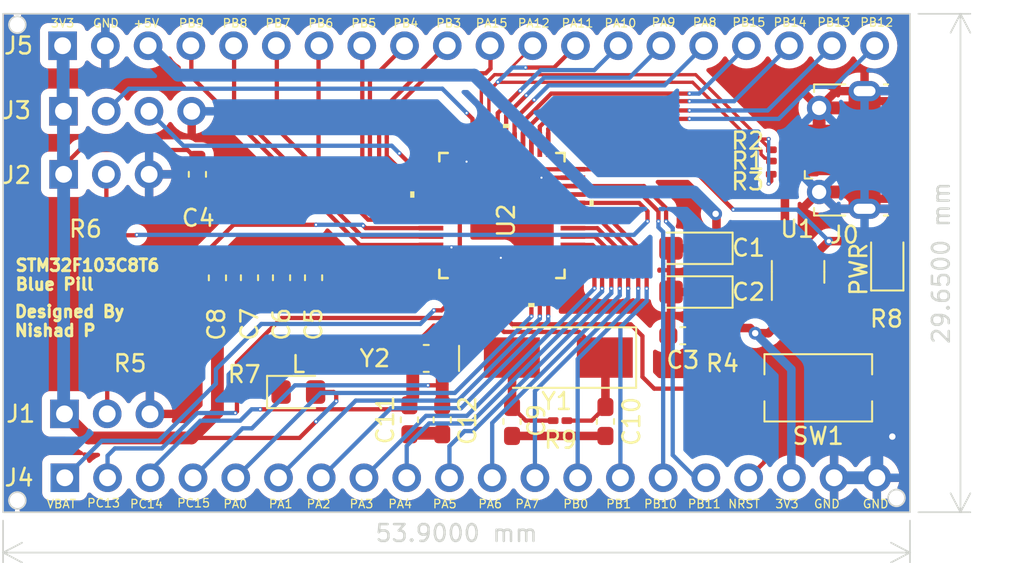
<source format=kicad_pcb>
(kicad_pcb (version 20221018) (generator pcbnew)
  (layers (0 "F.Cu" signal) (31 "B.Cu" signal) (34 "B.Paste" user) (35 "F.Paste" user) (36 "B.SilkS" user "B.Silkscreen") (37 "F.SilkS" user "F.Silkscreen") (38 "B.Mask" user) (39 "F.Mask" user) (44 "Edge.Cuts" user))
  (net 0 "")
  (net 1 "+5V")
  (net 2 "GND")
  (net 3 "+3.3V")
  (net 4 "Net-(C10-Pad1)")
  (net 5 "/OSCOUT")
  (net 6 "Net-(C11-Pad1)")
  (net 7 "/PC15")
  (net 8 "Net-(D1-K)")
  (net 9 "Net-(D2-K)")
  (net 10 "Net-(J0-D-)")
  (net 11 "Net-(J0-D+)")
  (net 12 "Net-(J1-Pin_2)")
  (net 13 "Net-(J2-Pin_2)")
  (net 14 "/SWDCLK")
  (net 15 "/VBAT")
  (net 16 "/PC13")
  (net 17 "/PC14")
  (net 18 "/PA0")
  (net 19 "/PA1")
  (net 20 "/PA2")
  (net 21 "/PA3")
  (net 22 "/PA4")
  (net 23 "/PA5")
  (net 24 "/PA6")
  (net 25 "/PA7")
  (net 26 "/PB0")
  (net 27 "/PB1")
  (net 28 "/PB10")
  (net 29 "/PB11")
  (net 30 "/NRST")
  (net 31 "/PB9")
  (net 32 "/PB8")
  (net 33 "/PB7")
  (net 34 "/PB6")
  (net 35 "/PB5")
  (net 36 "/PB4")
  (net 37 "/PB3")
  (net 38 "/PA15")
  (net 39 "/PA10")
  (net 40 "/PA9")
  (net 41 "/PA8")
  (net 42 "/PB15")
  (net 43 "/PB14")
  (net 44 "/PB13")
  (net 45 "/PB12")
  (net 46 "/BOOT0")
  (net 47 "/BOOT1")
  (net 48 "/OSCIN")
  (net 49 "/SWIO")
  (net 50 "/-")
  (net 51 "/+")
  (footprint "Capacitor_SMD:C_0603_1608Metric_Pad1.08x0.95mm_HandSolder" (layer "F.Cu") (at 99.24 70.556389 -90)
    (fp_text reference "C8")
    (fp_text value "104,0603")
  )
  (footprint "Resistor_SMD:R_0201_0603Metric_Pad0.64x0.40mm_HandSolder" (layer "F.Cu") (at 132.571526 62.940231 180)
    (fp_text reference "R2")
    (fp_text value "20R, 0603")
  )
  (footprint "Capacitor_SMD:C_0603_1608Metric_Pad1.08x0.95mm_HandSolder" (layer "F.Cu") (at 98.05 64.4 -90)
    (fp_text reference "C4")
    (fp_text value "104,0603")
  )
  (footprint "Connector_PinHeader_2.54mm:PinHeader_1x03_P2.54mm_Vertical" (layer "F.Cu") (at 90.1 64.4 90)
    (fp_text reference "J2")
    (fp_text value "BOOT1")
  )
  (footprint "Button_Switch_SMD:SW_Tactile_SPST_NO_Straight_CK_PTS636Sx25SMTRLFS" (layer "F.Cu") (at 134.95 77.1 180)
    (fp_text reference "SW1")
    (fp_text value "Reset")
  )
  (footprint "STM:LQFP48_STM" (layer "F.Cu") (at 116.15 66.85 90)
    (fp_text reference "U2")
    (fp_text value "STM32F103C8T6")
  )
  (footprint "LED_SMD:LED_0805_2012Metric_Pad1.15x1.40mm_HandSolder" (layer "F.Cu") (at 139.05 69.45 90)
    (fp_text reference "PWR")
    (fp_text value "PWR")
  )
  (footprint "Capacitor_SMD:C_0603_1608Metric_Pad1.08x0.95mm_HandSolder" (layer "F.Cu") (at 110.65 79 90)
    (fp_text reference "C11")
    (fp_text value "20pF,0603")
  )
  (footprint "Resistor_SMD:R_0201_0603Metric_Pad0.64x0.40mm_HandSolder" (layer "F.Cu") (at 92.8 67.6175 90)
    (fp_text reference "R6")
    (fp_text value "100k, 0603")
  )
  (footprint "Package_TO_SOT_SMD:SOT-23" (layer "F.Cu") (at 133.75 70.2 90)
    (fp_text reference "U1")
    (fp_text value "LM1117-3.3")
  )
  (footprint "Capacitor_SMD:C_0603_1608Metric_Pad1.08x0.95mm_HandSolder" (layer "F.Cu") (at 112.6 79 90)
    (fp_text reference "C12")
    (fp_text value "20pF,0603")
  )
  (footprint "Capacitor_SMD:C_0603_1608Metric_Pad1.08x0.95mm_HandSolder" (layer "F.Cu") (at 116.75 79.1 90)
    (fp_text reference "C9")
    (fp_text value "20pF,0603")
  )
  (footprint "Capacitor_SMD:C_0603_1608Metric_Pad1.08x0.95mm_HandSolder" (layer "F.Cu") (at 126.9 74 180)
    (fp_text reference "C3")
    (fp_text value "105,0603")
  )
  (footprint "Resistor_SMD:R_0201_0603Metric_Pad0.64x0.40mm_HandSolder" (layer "F.Cu") (at 132.572455 63.610282 180)
    (fp_text reference "R1")
    (fp_text value "20R, 0603")
  )
  (footprint "Connector_PinHeader_2.54mm:PinHeader_1x20_P2.54mm_Vertical" (layer "F.Cu") (at 90.04 56.75 90)
    (fp_text reference "J5")
    (fp_text value "Header")
  )
  (footprint "Capacitor_SMD:C_0603_1608Metric_Pad1.08x0.95mm_HandSolder" (layer "F.Cu") (at 104.955 70.55 -90)
    (fp_text reference "C5")
    (fp_text value "104,0603")
  )
  (footprint "Connector_PinHeader_2.54mm:PinHeader_1x20_P2.54mm_Vertical" (layer "F.Cu") (at 90.17 82.45 90)
    (fp_text reference "J4")
    (fp_text value "Header")
  )
  (footprint "Connector_USB:USB_Micro-B_Molex-105017-0001" (layer "F.Cu") (at 136.4625 62.95 90)
    (fp_text reference "J0")
    (fp_text value "USB_B_Micro")
  )
  (footprint "Resistor_SMD:R_0201_0603Metric_Pad0.64x0.40mm_HandSolder" (layer "F.Cu") (at 129.25 73.95 90)
    (fp_text reference "R4")
    (fp_text value "10k, 0603")
  )
  (footprint "Resistor_SMD:R_0201_0603Metric_Pad0.64x0.40mm_HandSolder" (layer "F.Cu") (at 100.8325 77.35)
    (fp_text reference "R7")
    (fp_text value "330E, 0603")
  )
  (footprint "Resistor_SMD:R_0201_0603Metric_Pad0.64x0.40mm_HandSolder" (layer "F.Cu") (at 132.560252 64.395863)
    (fp_text reference "R3")
    (fp_text value "4k7, 0603")
  )
  (footprint "Crystal:Crystal_SMD_Abracon_ABM3-2Pin_5.0x3.2mm_HandSoldering" (layer "F.Cu") (at 119.5 75.3 180)
    (fp_text reference "Y1")
    (fp_text value "8MHz")
  )
  (footprint "Resistor_SMD:R_0201_0603Metric_Pad0.64x0.40mm_HandSolder" (layer "F.Cu") (at 139 71.95 180)
    (fp_text reference "R8")
    (fp_text value "330E, 0603")
  )
  (footprint "Connector_PinHeader_2.54mm:PinHeader_1x03_P2.54mm_Vertical" (layer "F.Cu") (at 90.15 78.65 90)
    (fp_text reference "J1")
    (fp_text value "BOOT0")
  )
  (footprint "LED_SMD:LED_0805_2012Metric_Pad1.15x1.40mm_HandSolder" (layer "F.Cu") (at 104.05 77.35)
    (fp_text reference "L")
    (fp_text value "L")
  )
  (footprint "Resistor_SMD:R_0201_0603Metric_Pad0.64x0.40mm_HandSolder" (layer "F.Cu") (at 119.6 79.05)
    (fp_text reference "R9")
    (fp_text value "1M, 0603")
  )
  (footprint "Resistor_SMD:R_0201_0603Metric_Pad0.64x0.40mm_HandSolder" (layer "F.Cu") (at 92.8 75.65 -90)
    (fp_text reference "R5")
    (fp_text value "100k, 0603")
  )
  (footprint "Capacitor_SMD:C_0603_1608Metric_Pad1.08x0.95mm_HandSolder" (layer "F.Cu") (at 101.145 70.55 -90)
    (fp_text reference "C7")
    (fp_text value "104,0603")
  )
  (footprint "Crystal:Crystal_SMD_MicroCrystal_CC8V-T1A-2Pin_2.0x1.2mm_HandSoldering" (layer "F.Cu") (at 111.65 75.35 180)
    (fp_text reference "Y2")
    (fp_text value "32.76kHz")
  )
  (footprint "Capacitor_Tantalum_SMD:CP_EIA-3216-18_Kemet-A" (layer "F.Cu") (at 127.55 71.4 180)
    (fp_text reference "C2")
    (fp_text value "10uF")
  )
  (footprint "Capacitor_Tantalum_SMD:CP_EIA-3216-18_Kemet-A" (layer "F.Cu") (at 127.55 68.8 180)
    (fp_text reference "C1")
    (fp_text value "10uF")
  )
  (footprint "Capacitor_SMD:C_0603_1608Metric_Pad1.08x0.95mm_HandSolder" (layer "F.Cu") (at 103.05 70.55 -90)
    (fp_text reference "C6")
    (fp_text value "104,0603")
  )
  (footprint "Connector_PinHeader_2.54mm:PinHeader_1x04_P2.54mm_Vertical" (layer "F.Cu") (at 90.09 60.65 90)
    (fp_text reference "J3")
    (fp_text value "SWD")
  )
  (footprint "Capacitor_SMD:C_0603_1608Metric_Pad1.08x0.95mm_HandSolder" (layer "F.Cu") (at 122.3 79.1 90)
    (fp_text reference "C10")
    (fp_text value "20pF,0603")
  )
  (gr_circle (center 139.6 83.65) (end 139.6 84.15) (stroke (width 0.1)) (fill none) (layer "Edge.Cuts"))
  (gr_rect (start 86.5 54.85) (end 140.4 84.5) (stroke (width 0.1)) (fill none) (layer "Edge.Cuts"))
  (gr_circle (center 87.35 83.8) (end 87.35 84.3) (stroke (width 0.1)) (fill none) (layer "Edge.Cuts"))
  (gr_circle (center 87.35 55.5) (end 87.35 56) (stroke (width 0.1)) (fill none) (layer "Edge.Cuts"))
  (gr_text "PB1" (at 122.3 84.3) (layer "F.SilkS") (effects (font (size 0.5 0.5) (thickness 0.075)) (justify left bottom)))
  (gr_text "PB9\n" (at 96.9 55.7) (layer "F.SilkS") (effects (font (size 0.5 0.5) (thickness 0.075)) (justify left bottom)))
  (gr_text "PB12" (at 137.4 55.65) (layer "F.SilkS") (effects (font (size 0.5 0.5) (thickness 0.075)) (justify left bottom)))
  (gr_text "PA15" (at 114.55 55.7) (layer "F.SilkS") (effects (font (size 0.5 0.5) (thickness 0.075)) (justify left bottom)))
  (gr_text "GND" (at 137.55 84.3) (layer "F.SilkS") (effects (font (size 0.5 0.5) (thickness 0.075)) (justify left bottom)))
  (gr_text "PC13" (at 91.45 84.25) (layer "F.SilkS") (effects (font (size 0.5 0.5) (thickness 0.075)) (justify left bottom)))
  (gr_text "GND\n" (at 91.8 55.7) (layer "F.SilkS") (effects (font (size 0.5 0.5) (thickness 0.075)) (justify left bottom)))
  (gr_text "PB14" (at 132.25 55.65) (layer "F.SilkS") (effects (font (size 0.5 0.5) (thickness 0.075)) (justify left bottom)))
  (gr_text "PB6" (at 104.6 55.7) (layer "F.SilkS") (effects (font (size 0.5 0.5) (thickness 0.075)) (justify left bottom)))
  (gr_text "PA3" (at 107.05 84.3) (layer "F.SilkS") (effects (font (size 0.5 0.5) (thickness 0.075)) (justify left bottom)))
  (gr_text "PA12" (at 117.05 55.7) (layer "F.SilkS") (effects (font (size 0.5 0.5) (thickness 0.075)) (justify left bottom)))
  (gr_text "PA2" (at 104.5 84.3) (layer "F.SilkS") (effects (font (size 0.5 0.5) (thickness 0.075)) (justify left bottom)))
  (gr_text "PC15" (at 96.8 84.25) (layer "F.SilkS") (effects (font (size 0.5 0.5) (thickness 0.075)) (justify left bottom)))
  (gr_text "PB5" (at 107.15 55.7) (layer "F.SilkS") (effects (font (size 0.5 0.5) (thickness 0.075)) (justify left bottom)))
  (gr_text "Designed By \nNishad P" (at 87.1 74.1) (layer "F.SilkS") (effects (font (size 0.7 0.7) (thickness 0.175) bold) (justify left bottom)))
  (gr_text "PA11" (at 119.65 55.7) (layer "F.SilkS") (effects (font (size 0.5 0.5) (thickness 0.075)) (justify left bottom)))
  (gr_text "3V3" (at 89.3 55.7) (layer "F.SilkS") (effects (font (size 0.5 0.5) (thickness 0.075)) (justify left bottom)))
  (gr_text "PB7" (at 102.05 55.7) (layer "F.SilkS") (effects (font (size 0.5 0.5) (thickness 0.075)) (justify left bottom)))
  (gr_text "PB0" (at 119.75 84.3) (layer "F.SilkS") (effects (font (size 0.5 0.5) (thickness 0.075)) (justify left bottom)))
  (gr_text "PA1" (at 102.25 84.3) (layer "F.SilkS") (effects (font (size 0.5 0.5) (thickness 0.075)) (justify left bottom)))
  (gr_text "NRST" (at 129.55 84.3) (layer "F.SilkS") (effects (font (size 0.5 0.5) (thickness 0.075)) (justify left bottom)))
  (gr_text "PA9" (at 125 55.65) (layer "F.SilkS") (effects (font (size 0.5 0.5) (thickness 0.075)) (justify left bottom)))
  (gr_text "PB4" (at 109.65 55.7) (layer "F.SilkS") (effects (font (size 0.5 0.5) (thickness 0.075)) (justify left bottom)))
  (gr_text "PB8" (at 99.5 55.7) (layer "F.SilkS") (effects (font (size 0.5 0.5) (thickness 0.075)) (justify left bottom)))
  (gr_text "PB10" (at 124.55 84.3) (layer "F.SilkS") (effects (font (size 0.5 0.5) (thickness 0.075)) (justify left bottom)))
  (gr_text "PB15" (at 129.8 55.65) (layer "F.SilkS") (effects (font (size 0.5 0.5) (thickness 0.075)) (justify left bottom)))
  (gr_text "PA6" (at 114.7 84.3) (layer "F.SilkS") (effects (font (size 0.5 0.5) (thickness 0.075)) (justify left bottom)))
  (gr_text "PB3" (at 112.2 55.7) (layer "F.SilkS") (effects (font (size 0.5 0.5) (thickness 0.075)) (justify left bottom)))
  (gr_text "PA0" (at 99.55 84.3) (layer "F.SilkS") (effects (font (size 0.5 0.5) (thickness 0.075)) (justify left bottom)))
  (gr_text "PA4" (at 109.35 84.3) (layer "F.SilkS") (effects (font (size 0.5 0.5) (thickness 0.075)) (justify left bottom)))
  (gr_text "PB13" (at 134.85 55.65) (layer "F.SilkS") (effects (font (size 0.5 0.5) (thickness 0.075)) (justify left bottom)))
  (gr_text "PB11" (at 127.15 84.3) (layer "F.SilkS") (effects (font (size 0.5 0.5) (thickness 0.075)) (justify left bottom)))
  (gr_text "STM32F103C8T6 \nBlue Pill" (at 87.15 71.35) (layer "F.SilkS") (effects (font (size 0.7 0.7) (thickness 0.175) bold) (justify left bottom)))
  (gr_text "GND" (at 134.65 84.3) (layer "F.SilkS") (effects (font (size 0.5 0.5) (thickness 0.075)) (justify left bottom)))
  (gr_text "PA7" (at 116.9 84.3) (layer "F.SilkS") (effects (font (size 0.5 0.5) (thickness 0.075)) (justify left bottom)))
  (gr_text "PC14" (at 94 84.3) (layer "F.SilkS") (effects (font (size 0.5 0.5) (thickness 0.075)) (justify left bottom)))
  (gr_text "PA10" (at 122.2 55.7) (layer "F.SilkS") (effects (font (size 0.5 0.5) (thickness 0.075)) (justify left bottom)))
  (gr_text "3V3" (at 132.35 84.3) (layer "F.SilkS") (effects (font (size 0.5 0.5) (thickness 0.075)) (justify left bottom)))
  (gr_text "PA8" (at 127.45 55.65) (layer "F.SilkS") (effects (font (size 0.5 0.5) (thickness 0.075)) (justify left bottom)))
  (gr_text "+5V\n" (at 94.2 55.7) (layer "F.SilkS") (effects (font (size 0.5 0.5) (thickness 0.075)) (justify left bottom)))
  (gr_text "VBAT" (at 89.05 84.3) (layer "F.SilkS") (effects (font (size 0.5 0.5) (thickness 0.075)) (justify left bottom)))
  (gr_text "PA5" (at 112 84.3) (layer "F.SilkS") (effects (font (size 0.5 0.5) (thickness 0.075)) (justify left bottom)))
  (dimension (type aligned) (layer "Edge.Cuts") (pts (xy 86.5 84.5) (xy 140.4 84.5)) (height 2.4) (gr_text "53.9000 mm" (at 113.45 85.75) (layer "Edge.Cuts") (effects (font (size 1 1) (thickness 0.15)))) (format (prefix "") (suffix "") (units 3) (units_format 1) (precision 4)) (style (thickness 0.1) (arrow_length 1.27) (text_position_mode 0) (extension_height 0.58642) (extension_offset 0.5) keep_text_aligned))
  (dimension (type aligned) (layer "Edge.Cuts") (pts (xy 140.4 54.85) (xy 140.4 84.5)) (height -3) (gr_text "29.6500 mm" (at 142.25 69.675 90) (layer "Edge.Cuts") (effects (font (size 1 1) (thickness 0.15)))) (format (prefix "") (suffix "") (units 3) (units_format 1) (precision 4)) (style (thickness 0.1) (arrow_length 1.27) (text_position_mode 0) (extension_height 0.58642) (extension_offset 0.5) keep_text_aligned))
  (segment (start 133.2875 68.8) (end 133.75 69.2625) (width 0.508) (layer "F.Cu") (net 1))
  (segment (start 128.9 68.8) (end 133.2875 68.8) (width 0.508) (layer "F.Cu") (net 1))
  (segment (start 132.967752 64.395863) (end 134.854137 64.395863) (width 0.254) (layer "F.Cu") (net 1))
  (segment (start 132.967752 68.480252) (end 132.967752 64.395863) (width 0.508) (layer "F.Cu") (net 1))
  (segment (start 128.9 68.8) (end 128.9 66.8) (width 0.508) (layer "F.Cu") (net 1))
  (segment (start 134.854137 64.395863) (end 135 64.25) (width 0.254) (layer "F.Cu") (net 1))
  (segment (start 128.9 66.8) (end 128.85 66.75) (width 0.508) (layer "F.Cu") (net 1))
  (segment (start 133.75 69.2625) (end 132.967752 68.480252) (width 0.508) (layer "F.Cu") (net 1))
  (via (at 128.85 66.75) (size 0.762) (drill 0.381) (layers "F.Cu" "B.Cu") (net 1))
  (segment (start 121.45 65.45) (end 127.55 65.45) (width 0.762) (layer "B.Cu") (net 1))
  (segment (start 96.9 58.5) (end 114.5 58.5) (width 0.762) (layer "B.Cu") (net 1))
  (segment (start 95.15 56.75) (end 96.9 58.5) (width 0.762) (layer "B.Cu") (net 1))
  (segment (start 127.55 65.45) (end 128.85 66.75) (width 0.762) (layer "B.Cu") (net 1))
  (segment (start 114.5 58.5) (end 121.45 65.45) (width 0.762) (layer "B.Cu") (net 1))
  (segment (start 99.24 69.693889) (end 104.948611 69.693889) (width 0.762) (layer "F.Cu") (net 2))
  (segment (start 116.900001 70.183753) (end 116.083124 69.366876) (width 0.254) (layer "F.Cu") (net 2))
  (segment (start 136.7 65.45) (end 137.7 66.45) (width 0.762) (layer "F.Cu") (net 2))
  (segment (start 110.2125 69.6875) (end 104.955 69.6875) (width 0.254) (layer "F.Cu") (net 2))
  (segment (start 135 60.45) (end 137.3 60.45) (width 0.762) (layer "F.Cu") (net 2))
  (segment (start 139.35 77.625) (end 138.825 77.1) (width 0.762) (layer "F.Cu") (net 2))
  (segment (start 119.1 64.6) (end 119.1 69.7) (width 0.254) (layer "F.Cu") (net 2))
  (segment (start 137.3 60.45) (end 137.7 60.05) (width 0.762) (layer "F.Cu") (net 2))
  (segment (start 104.948611 69.693889) (end 104.955 69.6875) (width 0.762) (layer "F.Cu") (net 2))
  (segment (start 126.271 70.271) (end 126.2 70.2) (width 0.508) (layer "F.Cu") (net 2))
  (segment (start 135 65.45) (end 136.7 65.45) (width 0.762) (layer "F.Cu") (net 2))
  (segment (start 139.35 80) (end 139.35 77.625) (width 0.762) (layer "F.Cu") (net 2))
  (segment (start 110.799999 69.100001) (end 110.2125 69.6875) (width 0.254) (layer "F.Cu") (net 2))
  (segment (start 135 60.45) (end 135 62.169) (width 0.762) (layer "F.Cu") (net 2))
  (segment (start 132.8 71.1375) (end 131.9335 70.271) (width 0.508) (layer "F.Cu") (net 2))
  (segment (start 111.9336 69.100001) (end 110.799999 69.100001) (width 0.254) (layer "F.Cu") (net 2))
  (segment (start 120.3664 64.599999) (end 119.1 64.6) (width 0.254) (layer "F.Cu") (net 2))
  (segment (start 119.95 70.55) (end 119.95 70.6) (width 0.254) (layer "F.Cu") (net 2))
  (segment (start 119.1 69.7) (end 119.95 70.55) (width 0.254) (layer "F.Cu") (net 2))
  (segment (start 119.1 64.6) (end 118.5 64.6) (width 0.254) (layer "F.Cu") (net 2))
  (segment (start 126.2 71.4) (end 126.2 70.2) (width 0.508) (layer "F.Cu") (net 2))
  (segment (start 137.7 59.45) (end 137.7 66.45) (width 0.762) (layer "F.Cu") (net 2))
  (segment (start 126.2 71.4) (end 126.2 73.8375) (width 0.508) (layer "F.Cu") (net 2))
  (segment (start 111.9336 69.100001) (end 112.799999 69.100001) (width 0.254) (layer "F.Cu") (net 2))
  (segment (start 126.2 73.8375) (end 126.0375 74) (width 0.508) (layer "F.Cu") (net 2))
  (segment (start 112.799999 69.100001) (end 113.15 68.75) (width 0.254) (layer "F.Cu") (net 2))
  (segment (start 113.899999 63.499999) (end 114.046 63.646) (width 0.254) (layer "F.Cu") (net 2))
  (segment (start 126.2 70.2) (end 126.2 68.8) (width 0.508) (layer "F.Cu") (net 2))
  (segment (start 113.899999 62.6336) (end 113.899999 63.499999) (width 0.254) (layer "F.Cu") (net 2))
  (segment (start 139.4075 76.5175) (end 139.4075 71.95) (width 0.762) (layer "F.Cu") (net 2))
  (segment (start 131.9335 70.271) (end 126.271 70.271) (width 0.508) (layer "F.Cu") (net 2))
  (segment (start 138.825 77.1) (end 139.4075 76.5175) (width 0.762) (layer "F.Cu") (net 2))
  (segment (start 116.900001 71.0664) (end 116.900001 70.183753) (width 0.254) (layer "F.Cu") (net 2))
  (via (at 113.15 68.75) (size 0.254) (drill 0.127) (layers "F.Cu" "B.Cu") (net 2))
  (via (at 114.046 63.646) (size 0.254) (drill 0.127) (layers "F.Cu" "B.Cu") (net 2))
  (via (at 116.083124 69.366876) (size 0.254) (drill 0.127) (layers "F.Cu" "B.Cu") (net 2))
  (via (at 139.35 80) (size 0.762) (drill 0.381) (layers "F.Cu" "B.Cu") (net 2))
  (via (at 118.5 64.6) (size 0.254) (drill 0.127) (layers "F.Cu" "B.Cu") (net 2))
  (segment (start 135.89 82.45) (end 138.43 82.45) (width 0.762) (layer "B.Cu") (net 2))
  (segment (start 138.43 82.45) (end 138.43 80.92) (width 0.762) (layer "B.Cu") (net 2))
  (segment (start 138.43 80.92) (end 139.35 80) (width 0.762) (layer "B.Cu") (net 2))
  (segment (start 135.575 68.375) (end 134.7 69.25) (width 0.508) (layer "F.Cu") (net 3))
  (segment (start 105.075 77.35) (end 106.15 77.35) (width 0.254) (layer "F.Cu") (net 3))
  (segment (start 131.2 73.85) (end 130.8925 73.5425) (width 0.508) (layer "F.Cu") (net 3))
  (segment (start 127.5 64.1) (end 129.9 66.5) (width 0.254) (layer "F.Cu") (net 3))
  (segment (start 117.4 71.0664) (end 117.4 70.0417) (width 0.254) (layer "F.Cu") (net 3))
  (segment (start 98.05 63.5375) (end 97.4625 62.95) (width 0.254) (layer "F.Cu") (net 3))
  (segment (start 117.4 70.0417) (end 116.27075 68.91245) (width 0.254) (layer "F.Cu") (net 3))
  (segment (start 111.9336 69.6) (end 112.9583 69.6) (width 0.254) (layer "F.Cu") (net 3))
  (segment (start 113.4 63.6583) (end 113.4 62.6336) (width 0.254) (layer "F.Cu") (net 3))
  (segment (start 113.8417 64.1) (end 113.64585 63.90415) (width 0.254) (layer "F.Cu") (net 3))
  (segment (start 131.2 73.85) (end 131.9875 73.85) (width 0.508) (layer "F.Cu") (net 3))
  (segment (start 91.581 80.081) (end 90.15 78.65) (width 0.762) (layer "F.Cu") (net 3))
  (segment (start 99.24 78.541264) (end 97.700264 80.081) (width 0.762) (layer "F.Cu") (net 3))
  (segment (start 99.24 71.418889) (end 99.24 78.541264) (width 0.762) (layer "F.Cu") (net 3))
  (segment (start 120.3664 64.1) (end 113.8417 64.1) (width 0.254) (layer "F.Cu") (net 3))
  (segment (start 97.700264 80.081) (end 104.119 80.081) (width 0.254) (layer "F.Cu") (net 3))
  (segment (start 106.15 77.35) (end 106.3 77.5) (width 0.254) (layer "F.Cu") (net 3))
  (segment (start 99.24 71.418889) (end 104.948611 71.418889) (width 0.762) (layer "F.Cu") (net 3))
  (segment (start 112.9583 69.6) (end 113.64585 68.91245) (width 0.254) (layer "F.Cu") (net 3))
  (segment (start 111.05 69.6) (end 109.25 71.4) (width 0.254) (layer "F.Cu") (net 3))
  (segment (start 116.27075 68.91245) (end 113.64585 68.91245) (width 0.254) (layer "F.Cu") (net 3))
  (segment (start 113.64585 68.91245) (end 113.64585 63.90415) (width 0.254) (layer "F.Cu") (net 3))
  (segment (start 111.9336 69.6) (end 111.05 69.6) (width 0.254) (layer "F.Cu") (net 3))
  (segment (start 135.575 68.375) (end 139.05 68.375) (width 0.508) (layer "F.Cu") (net 3))
  (segment (start 104.9675 71.4) (end 104.955 71.4125) (width 0.254) (layer "F.Cu") (net 3))
  (segment (start 113.64585 63.90415) (end 113.4 63.6583) (width 0.254) (layer "F.Cu") (net 3))
  (segment (start 129.25 73.5425) (end 129.25 71.75) (width 0.508) (layer "F.Cu") (net 3))
  (segment (start 97.700264 80.081) (end 91.581 80.081) (width 0.762) (layer "F.Cu") (net 3))
  (segment (start 134.7 69.25) (end 134.7 71.1375) (width 0.508) (layer "F.Cu") (net 3))
  (segment (start 106.3 77.5) (end 106.3 77.9) (width 0.254) (layer "F.Cu") (net 3))
  (segment (start 104.948611 71.418889) (end 104.955 71.4125) (width 0.762) (layer "F.Cu") (net 3))
  (segment (start 129.25 71.75) (end 128.9 71.4) (width 0.508) (layer "F.Cu") (net 3))
  (segment (start 104.119 80.081) (end 105.1 79.1) (width 0.254) (layer "F.Cu") (net 3))
  (segment (start 90.1 63.9) (end 90.1 64.4) (width 0.254) (layer "F.Cu") (net 3))
  (segment (start 130.8925 73.5425) (end 129.25 73.5425) (width 0.508) (layer "F.Cu") (net 3))
  (segment (start 120.3664 64.1) (end 127.5 64.1) (width 0.254) (layer "F.Cu") (net 3))
  (segment (start 97.4625 62.95) (end 91.05 62.95) (width 0.254) (layer "F.Cu") (net 3))
  (segment (start 131.9875 73.85) (end 134.7 71.1375) (width 0.508) (layer "F.Cu") (net 3))
  (segment (start 91.05 62.95) (end 90.1 63.9) (width 0.254) (layer "F.Cu") (net 3))
  (segment (start 109.25 71.4) (end 104.9675 71.4) (width 0.254) (layer "F.Cu") (net 3))
  (via (at 105.1 79.1) (size 0.254) (drill 0.127) (layers "F.Cu" "B.Cu") (net 3))
  (via (at 135.575 68.375) (size 0.508) (drill 0.254) (layers "F.Cu" "B.Cu") (net 3))
  (via (at 105.1 79.1) (size 0.254) (drill 0.127) (layers "F.Cu" "B.Cu") (net 3))
  (via (at 131.2 73.85) (size 0.762) (drill 0.381) (layers "F.Cu" "B.Cu") (net 3))
  (via (at 129.9 66.5) (size 0.254) (drill 0.127) (layers "F.Cu" "B.Cu") (net 3))
  (via (at 106.3 77.9) (size 0.254) (drill 0.127) (layers "F.Cu" "B.Cu") (net 3))
  (segment (start 90.07 56.75) (end 90.07 60.63) (width 0.762) (layer "B.Cu") (net 3))
  (segment (start 105.1 79.1) (end 106.3 77.9) (width 0.254) (layer "B.Cu") (net 3))
  (segment (start 90.09 60.65) (end 90.09 64.39) (width 0.762) (layer "B.Cu") (net 3))
  (segment (start 131.2 73.85) (end 133.35 76) (width 0.508) (layer "B.Cu") (net 3))
  (segment (start 135.575 68.375) (end 133.7 66.5) (width 0.254) (layer "B.Cu") (net 3))
  (segment (start 133.35 76) (end 133.35 82.45) (width 0.508) (layer "B.Cu") (net 3))
  (segment (start 90.1 78.6) (end 90.15 78.65) (width 0.762) (layer "B.Cu") (net 3))
  (segment (start 90.07 60.63) (end 90.09 60.65) (width 0.762) (layer "B.Cu") (net 3))
  (segment (start 133.7 66.5) (end 129.9 66.5) (width 0.254) (layer "B.Cu") (net 3))
  (segment (start 90.1 64.4) (end 90.1 78.6) (width 0.762) (layer "B.Cu") (net 3))
  (segment (start 90.09 64.39) (end 90.1 64.4) (width 0.762) (layer "B.Cu") (net 3))
  (segment (start 116.75 79.9625) (end 122.3 79.9625) (width 0.508) (layer "F.Cu") (net 4))
  (segment (start 115.853999 72.124399) (end 115.853999 73.353999) (width 0.254) (layer "F.Cu") (net 5))
  (segment (start 122.3 78.2375) (end 122.3 75.3375) (width 0.508) (layer "F.Cu") (net 5))
  (segment (start 122.3 75.3375) (end 122.2625 75.3) (width 0.508) (layer "F.Cu") (net 5))
  (segment (start 115.9 72.078398) (end 115.853999 72.124399) (width 0.254) (layer "F.Cu") (net 5))
  (segment (start 120.0075 79.05) (end 121.4875 79.05) (width 0.254) (layer "F.Cu") (net 5))
  (segment (start 115.9 71.0664) (end 115.9 72.078398) (width 0.254) (layer "F.Cu") (net 5))
  (segment (start 121.4875 79.05) (end 122.3 78.2375) (width 0.254) (layer "F.Cu") (net 5))
  (segment (start 115.853999 73.353999) (end 116.273 73.773) (width 0.254) (layer "F.Cu") (net 5))
  (segment (start 120.7355 73.773) (end 122.2625 75.3) (width 0.254) (layer "F.Cu") (net 5))
  (segment (start 116.273 73.773) (end 120.7355 73.773) (width 0.254) (layer "F.Cu") (net 5))
  (segment (start 110.65 79.8625) (end 110.7125 79.8) (width 0.762) (layer "F.Cu") (net 6))
  (segment (start 112.5375 79.8) (end 112.6 79.8625) (width 0.762) (layer "F.Cu") (net 6))
  (segment (start 110.7125 79.8) (end 112.5375 79.8) (width 0.762) (layer "F.Cu") (net 6))
  (segment (start 114.9 72.25) (end 114.9 71.0664) (width 0.254) (layer "F.Cu") (net 7))
  (segment (start 112.6 75.45) (end 112.7 75.35) (width 0.762) (layer "F.Cu") (net 7))
  (segment (start 112.488 76.95) (end 112.538 76.9) (width 0.254) (layer "F.Cu") (net 7))
  (segment (start 112.6 76.9) (end 112.6 75.45) (width 0.762) (layer "F.Cu") (net 7))
  (segment (start 111.75 76.95) (end 112.488 76.95) (width 0.254) (layer "F.Cu") (net 7))
  (segment (start 112.6 77.6375) (end 112.6 76.9) (width 0.762) (layer "F.Cu") (net 7))
  (segment (start 112.7 75.35) (end 112.7 74.45) (width 0.254) (layer "F.Cu") (net 7))
  (segment (start 112.7 74.45) (end 114.9 72.25) (width 0.254) (layer "F.Cu") (net 7))
  (via (at 111.75 76.95) (size 0.254) (drill 0.127) (layers "F.Cu" "B.Cu") (net 7))
  (segment (start 111.75 76.95) (end 103.85 76.95) (width 0.254) (layer "B.Cu") (net 7))
  (segment (start 101.292 79.508) (end 100.732 79.508) (width 0.254) (layer "B.Cu") (net 7))
  (segment (start 100.732 79.508) (end 97.79 82.45) (width 0.254) (layer "B.Cu") (net 7))
  (segment (start 103.85 76.95) (end 101.292 79.508) (width 0.254) (layer "B.Cu") (net 7))
  (segment (start 101.24 77.35) (end 103.025 77.35) (width 0.254) (layer "F.Cu") (net 8))
  (segment (start 139.05 70.425) (end 138.5925 70.8825) (width 0.508) (layer "F.Cu") (net 9))
  (segment (start 138.5925 70.8825) (end 138.5925 71.95) (width 0.508) (layer "F.Cu") (net 9))
  (segment (start 132.979955 63.610282) (end 134.989718 63.610282) (width 0.254) (layer "F.Cu") (net 10))
  (segment (start 134.989718 63.610282) (end 135 63.6) (width 0.254) (layer "F.Cu") (net 10))
  (segment (start 132.979026 62.940231) (end 134.990231 62.940231) (width 0.254) (layer "F.Cu") (net 11))
  (segment (start 134.990231 62.940231) (end 135 62.95) (width 0.254) (layer "F.Cu") (net 11))
  (segment (start 92.69 76.1675) (end 92.8 76.0575) (width 0.254) (layer "F.Cu") (net 12))
  (segment (start 92.8 78.435) (end 92.735 78.5) (width 0.254) (layer "F.Cu") (net 12))
  (segment (start 92.69 78.65) (end 92.69 76.1675) (width 0.254) (layer "F.Cu") (net 12))
  (segment (start 92.8 67.21) (end 92.64 67.05) (width 0.254) (layer "F.Cu") (net 13))
  (segment (start 92.64 67.05) (end 92.64 64.4) (width 0.254) (layer "F.Cu") (net 13))
  (segment (start 111.9336 64.1) (end 111 64.1) (width 0.254) (layer "F.Cu") (net 14))
  (segment (start 111 64.1) (end 110.05 63.15) (width 0.254) (layer "F.Cu") (net 14))
  (via (at 110.05 63.15) (size 0.254) (drill 0.127) (layers "F.Cu" "B.Cu") (net 14))
  (segment (start 110.05 63.15) (end 109.6 62.7) (width 0.254) (layer "B.Cu") (net 14))
  (segment (start 109.6 62.7) (end 97.22 62.7) (width 0.254) (layer "B.Cu") (net 14))
  (segment (start 97.22 62.7) (end 95.17 60.65) (width 0.254) (layer "B.Cu") (net 14))
  (segment (start 113.4 71.657699) (end 112.565699 72.492) (width 0.254) (layer "F.Cu") (net 15))
  (segment (start 112.565699 72.492) (end 112.1 72.492) (width 0.254) (layer "F.Cu") (net 15))
  (segment (start 113.4 71.0664) (end 113.4 71.657699) (width 0.254) (layer "F.Cu") (net 15))
  (via (at 112.1 72.492) (size 0.254) (drill 0.127) (layers "F.Cu" "B.Cu") (net 15))
  (segment (start 99.15 76) (end 101.85 73.3) (width 0.254) (layer "B.Cu") (net 15))
  (segment (start 90.17 82.45) (end 92.37 80.25) (width 0.254) (layer "B.Cu") (net 15))
  (segment (start 99.15 76.85) (end 99.15 76) (width 0.254) (layer "B.Cu") (net 15))
  (segment (start 111.3 73.3) (end 112.1 72.5) (width 0.254) (layer "B.Cu") (net 15))
  (segment (start 92.37 80.25) (end 95.75 80.25) (width 0.254) (layer "B.Cu") (net 15))
  (segment (start 95.75 80.25) (end 99.15 76.85) (width 0.254) (layer "B.Cu") (net 15))
  (segment (start 101.85 73.3) (end 111.3 73.3) (width 0.254) (layer "B.Cu") (net 15))
  (segment (start 103.054 72.946) (end 100.4 75.6) (width 0.254) (layer "F.Cu") (net 16))
  (segment (start 112.903046 72.946) (end 103.054 72.946) (width 0.254) (layer "F.Cu") (net 16))
  (segment (start 100.4 78.5) (end 100.4 77.15) (width 0.254) (layer "F.Cu") (net 16))
  (segment (start 100.4 77.15) (end 100.4 77.325) (width 0.254) (layer "F.Cu") (net 16))
  (segment (start 113.899999 71.949047) (end 112.903046 72.946) (width 0.254) (layer "F.Cu") (net 16))
  (segment (start 113.899999 71.0664) (end 113.899999 71.949047) (width 0.254) (layer "F.Cu") (net 16))
  (segment (start 100.3 78.6) (end 100.4 78.5) (width 0.254) (layer "F.Cu") (net 16))
  (segment (start 100.4 75.6) (end 100.4 77.15) (width 0.254) (layer "F.Cu") (net 16))
  (segment (start 100.4 77.325) (end 100.425 77.35) (width 0.254) (layer "F.Cu") (net 16))
  (via (at 100.3 78.6) (size 0.254) (drill 0.127) (layers "F.Cu" "B.Cu") (net 16))
  (segment (start 93.146 80.704) (end 92.71 81.14) (width 0.254) (layer "B.Cu") (net 16))
  (segment (start 95.938053 80.704) (end 93.146 80.704) (width 0.254) (layer "B.Cu") (net 16))
  (segment (start 98.042052 78.6) (end 95.938053 80.704) (width 0.254) (layer "B.Cu") (net 16))
  (segment (start 100.3 78.6) (end 98.042052 78.6) (width 0.254) (layer "B.Cu") (net 16))
  (segment (start 92.71 81.14) (end 92.71 82.45) (width 0.254) (layer "B.Cu") (net 16))
  (segment (start 110.6 74.9) (end 110.6 75.35) (width 0.254) (layer "F.Cu") (net 17))
  (segment (start 113.091098 73.4) (end 112.1 73.4) (width 0.254) (layer "F.Cu") (net 17))
  (segment (start 112.1 73.4) (end 110.6 74.9) (width 0.254) (layer "F.Cu") (net 17))
  (segment (start 110.85 77.6375) (end 110.85 75.6) (width 0.762) (layer "F.Cu") (net 17))
  (segment (start 101.777 78.377) (end 110.4105 78.377) (width 0.254) (layer "F.Cu") (net 17))
  (segment (start 114.400001 72.091097) (end 113.091098 73.4) (width 0.254) (layer "F.Cu") (net 17))
  (segment (start 110.4105 78.377) (end 110.65 78.1375) (width 0.254) (layer "F.Cu") (net 17))
  (segment (start 114.400001 71.0664) (end 114.400001 72.091097) (width 0.254) (layer "F.Cu") (net 17))
  (segment (start 110.85 75.6) (end 110.6 75.35) (width 0.762) (layer "F.Cu") (net 17))
  (via (at 101.777 78.377) (size 0.254) (drill 0.127) (layers "F.Cu" "B.Cu") (net 17))
  (segment (start 100.596 79.054) (end 98.230105 79.054) (width 0.254) (layer "B.Cu") (net 17))
  (segment (start 101.777 78.377) (end 101.273 78.377) (width 0.254) (layer "B.Cu") (net 17))
  (segment (start 95.25 82.034105) (end 95.25 82.45) (width 0.254) (layer "B.Cu") (net 17))
  (segment (start 98.230105 79.054) (end 95.25 82.034105) (width 0.254) (layer "B.Cu") (net 17))
  (segment (start 101.273 78.377) (end 100.596 79.054) (width 0.254) (layer "B.Cu") (net 17))
  (segment (start 117.899999 71.0664) (end 117.9 72.85) (width 0.254) (layer "F.Cu") (net 18))
  (via (at 117.9 72.85) (size 0.254) (drill 0.127) (layers "F.Cu" "B.Cu") (net 18))
  (segment (start 105.376 77.404) (end 113.346 77.404) (width 0.254) (layer "B.Cu") (net 18))
  (segment (start 113.346 77.404) (end 117.9 72.85) (width 0.254) (layer "B.Cu") (net 18))
  (segment (start 100.33 82.45) (end 105.376 77.404) (width 0.254) (layer "B.Cu") (net 18))
  (segment (start 118.400001 71.0664) (end 118.4 72.85) (width 0.254) (layer "F.Cu") (net 19))
  (via (at 118.4 72.85) (size 0.254) (drill 0.127) (layers "F.Cu" "B.Cu") (net 19))
  (segment (start 107.462 77.858) (end 113.534052 77.858) (width 0.254) (layer "B.Cu") (net 19))
  (segment (start 118.4 72.992052) (end 118.4 72.85) (width 0.254) (layer "B.Cu") (net 19))
  (segment (start 113.534052 77.858) (end 118.4 72.992052) (width 0.254) (layer "B.Cu") (net 19))
  (segment (start 102.87 82.45) (end 107.462 77.858) (width 0.254) (layer "B.Cu") (net 19))
  (segment (start 118.9 71.0664) (end 118.9 72.85) (width 0.254) (layer "F.Cu") (net 20))
  (via (at 118.9 72.85) (size 0.254) (drill 0.127) (layers "F.Cu" "B.Cu") (net 20))
  (segment (start 113.722104 78.312) (end 118.9 73.134104) (width 0.254) (layer "B.Cu") (net 20))
  (segment (start 109.548 78.312) (end 113.722104 78.312) (width 0.254) (layer "B.Cu") (net 20))
  (segment (start 118.9 73.134104) (end 118.9 72.85) (width 0.254) (layer "B.Cu") (net 20))
  (segment (start 105.41 82.45) (end 109.548 78.312) (width 0.254) (layer "B.Cu") (net 20))
  (segment (start 121.646 69.996953) (end 121.249047 69.6) (width 0.254) (layer "F.Cu") (net 21))
  (segment (start 121.646 71.1868) (end 121.646 69.996953) (width 0.254) (layer "F.Cu") (net 21))
  (segment (start 121.249047 69.6) (end 120.3664 69.6) (width 0.254) (layer "F.Cu") (net 21))
  (via (at 121.646 71.1868) (size 0.254) (drill 0.127) (layers "F.Cu" "B.Cu") (net 21))
  (segment (start 114.0668 78.766) (end 111.634 78.766) (width 0.254) (layer "B.Cu") (net 21))
  (segment (start 111.634 78.766) (end 107.95 82.45) (width 0.254) (layer "B.Cu") (net 21))
  (segment (start 121.646 71.1868) (end 114.0668 78.766) (width 0.254) (layer "B.Cu") (net 21))
  (segment (start 122.1 69.808901) (end 121.3911 69.100001) (width 0.254) (layer "F.Cu") (net 22))
  (segment (start 122.1 71.2) (end 122.1 69.808901) (width 0.254) (layer "F.Cu") (net 22))
  (segment (start 121.3911 69.100001) (end 120.3664 69.100001) (width 0.254) (layer "F.Cu") (net 22))
  (via (at 122.1 71.2) (size 0.254) (drill 0.127) (layers "F.Cu" "B.Cu") (net 22))
  (segment (start 122.1 71.374852) (end 114.254852 79.22) (width 0.254) (layer "B.Cu") (net 22))
  (segment (start 122.1 71.2) (end 122.1 71.374852) (width 0.254) (layer "B.Cu") (net 22))
  (segment (start 114.254852 79.22) (end 111.822052 79.22) (width 0.254) (layer "B.Cu") (net 22))
  (segment (start 111.822052 79.22) (end 110.49 80.552052) (width 0.254) (layer "B.Cu") (net 22))
  (segment (start 110.49 80.552052) (end 110.49 82.45) (width 0.254) (layer "B.Cu") (net 22))
  (segment (start 122.65 71.2) (end 122.65 69.716849) (width 0.254) (layer "F.Cu") (net 23))
  (segment (start 122.65 69.716849) (end 121.53315 68.599999) (width 0.254) (layer "F.Cu") (net 23))
  (segment (start 121.53315 68.599999) (end 120.3664 68.599999) (width 0.254) (layer "F.Cu") (net 23))
  (via (at 122.65 71.2) (size 0.254) (drill 0.127) (layers "F.Cu" "B.Cu") (net 23))
  (segment (start 113.03 80.57) (end 113.03 82.45) (width 0.254) (layer "B.Cu") (net 23))
  (segment (start 122.65 71.2) (end 122.65 71.466904) (width 0.254) (layer "B.Cu") (net 23))
  (segment (start 122.65 71.466904) (end 114.442904 79.674) (width 0.254) (layer "B.Cu") (net 23))
  (segment (start 114.442904 79.674) (end 113.926 79.674) (width 0.254) (layer "B.Cu") (net 23))
  (segment (start 113.926 79.674) (end 113.03 80.57) (width 0.254) (layer "B.Cu") (net 23))
  (segment (start 123.15 69.574797) (end 121.675203 68.1) (width 0.254) (layer "F.Cu") (net 24))
  (segment (start 121.675203 68.1) (end 120.3664 68.1) (width 0.254) (layer "F.Cu") (net 24))
  (segment (start 123.15 71.2) (end 123.15 69.574797) (width 0.254) (layer "F.Cu") (net 24))
  (via (at 123.15 71.2) (size 0.254) (drill 0.127) (layers "F.Cu" "B.Cu") (net 24))
  (segment (start 123.15 71.2) (end 123.15 71.608956) (width 0.254) (layer "B.Cu") (net 24))
  (segment (start 123.15 71.608956) (end 115.57 79.188956) (width 0.254) (layer "B.Cu") (net 24))
  (segment (start 115.57 79.188956) (end 115.57 82.45) (width 0.254) (layer "B.Cu") (net 24))
  (segment (start 123.65 71.2) (end 123.65 69.432745) (width 0.254) (layer "F.Cu") (net 25))
  (segment (start 121.817256 67.600001) (end 120.3664 67.600001) (width 0.254) (layer "F.Cu") (net 25))
  (segment (start 123.65 69.432745) (end 121.817256 67.600001) (width 0.254) (layer "F.Cu") (net 25))
  (via (at 123.65 71.2) (size 0.254) (drill 0.127) (layers "F.Cu" "B.Cu") (net 25))
  (segment (start 123.65 71.2) (end 123.65 71.751008) (width 0.254) (layer "B.Cu") (net 25))
  (segment (start 123.65 71.751008) (end 118.11 77.291008) (width 0.254) (layer "B.Cu") (net 25))
  (segment (start 118.11 77.291008) (end 118.11 82.45) (width 0.254) (layer "B.Cu") (net 25))
  (segment (start 124.25 71.2) (end 124.25 69.390693) (width 0.254) (layer "F.Cu") (net 26))
  (segment (start 121.959307 67.1) (end 120.3664 67.1) (width 0.254) (layer "F.Cu") (net 26))
  (segment (start 124.25 69.390693) (end 121.959307 67.1) (width 0.254) (layer "F.Cu") (net 26))
  (via (at 124.25 71.2) (size 0.254) (drill 0.127) (layers "F.Cu" "B.Cu") (net 26))
  (segment (start 120.65 75.39306) (end 120.65 82.45) (width 0.254) (layer "B.Cu") (net 26))
  (segment (start 124.25 71.79306) (end 120.65 75.39306) (width 0.254) (layer "B.Cu") (net 26))
  (segment (start 124.25 71.2) (end 124.25 71.79306) (width 0.254) (layer "B.Cu") (net 26))
  (segment (start 124.75 71.2) (end 124.75 69.248641) (width 0.254) (layer "F.Cu") (net 27))
  (segment (start 122.101359 66.6) (end 120.3664 66.6) (width 0.254) (layer "F.Cu") (net 27))
  (segment (start 124.75 69.248641) (end 122.101359 66.6) (width 0.254) (layer "F.Cu") (net 27))
  (via (at 124.75 71.2) (size 0.254) (drill 0.127) (layers "F.Cu" "B.Cu") (net 27))
  (segment (start 123.19 73.495112) (end 123.19 82.45) (width 0.254) (layer "B.Cu") (net 27))
  (segment (start 124.75 71.2) (end 124.75 71.935112) (width 0.254) (layer "B.Cu") (net 27))
  (segment (start 124.75 71.935112) (end 123.19 73.495112) (width 0.254) (layer "B.Cu") (net 27))
  (segment (start 124.45 65.6) (end 125.45 66.6) (width 0.254) (layer "F.Cu") (net 28))
  (segment (start 120.3664 65.6) (end 124.45 65.6) (width 0.254) (layer "F.Cu") (net 28))
  (segment (start 125.45 66.6) (end 125.45 67.2) (width 0.254) (layer "F.Cu") (net 28))
  (via (at 125.45 67.2) (size 0.254) (drill 0.127) (layers "F.Cu" "B.Cu") (net 28))
  (segment (start 125.73 67.83) (end 125.45 67.55) (width 0.254) (layer "B.Cu") (net 28))
  (segment (start 125.45 67.55) (end 125.45 67.2) (width 0.254) (layer "B.Cu") (net 28))
  (segment (start 125.73 82.45) (end 125.73 67.83) (width 0.254) (layer "B.Cu") (net 28))
  (segment (start 125.904 66.411947) (end 125.904 67.2) (width 0.254) (layer "F.Cu") (net 29))
  (segment (start 124.592053 65.100001) (end 125.904 66.411947) (width 0.254) (layer "F.Cu") (net 29))
  (segment (start 120.3664 65.100001) (end 124.592053 65.100001) (width 0.254) (layer "F.Cu") (net 29))
  (segment (start 125.904 67.2) (end 125.903503 67.2) (width 0.254) (layer "F.Cu") (net 29))
  (via (at 125.903503 67.2) (size 0.254) (drill 0.127) (layers "F.Cu" "B.Cu") (net 29))
  (segment (start 125.903503 67.2) (end 126.3 67.596497) (width 0.254) (layer "B.Cu") (net 29))
  (segment (start 126.3 67.596497) (end 126.3 81.1) (width 0.254) (layer "B.Cu") (net 29))
  (segment (start 127.65 82.45) (end 128.27 82.45) (width 0.254) (layer "B.Cu") (net 29))
  (segment (start 126.3 81.1) (end 127.65 82.45) (width 0.254) (layer "B.Cu") (net 29))
  (segment (start 124.5 74.021) (end 124.5 76.45) (width 0.254) (layer "F.Cu") (net 30))
  (segment (start 123.798 73.319) (end 124.5 74.021) (width 0.254) (layer "F.Cu") (net 30))
  (segment (start 131.75 81.51) (end 131.75 77.775) (width 0.254) (layer "F.Cu") (net 30))
  (segment (start 130.81 82.45) (end 131.75 81.51) (width 0.254) (layer "F.Cu") (net 30))
  (segment (start 116.75 73.319) (end 123.798 73.319) (width 0.254) (layer "F.Cu") (net 30))
  (segment (start 128.0765 74.314) (end 127.7625 74) (width 0.508) (layer "F.Cu") (net 30))
  (segment (start 116.4 72.969) (end 116.75 73.319) (width 0.254) (layer "F.Cu") (net 30))
  (segment (start 131.75 77.775) (end 131.075 77.1) (width 0.254) (layer "F.Cu") (net 30))
  (segment (start 131.025 77.15) (end 131.075 77.1) (width 0.254) (layer "F.Cu") (net 30))
  (segment (start 116.4 71.0664) (end 116.4 72.969) (width 0.254) (layer "F.Cu") (net 30))
  (segment (start 124.5 76.45) (end 125.2 77.15) (width 0.254) (layer "F.Cu") (net 30))
  (segment (start 129.2065 74.314) (end 128.0765 74.314) (width 0.508) (layer "F.Cu") (net 30))
  (segment (start 131.075 76.1825) (end 129.2065 74.314) (width 0.254) (layer "F.Cu") (net 30))
  (segment (start 131.075 77.1) (end 131.075 76.1825) (width 0.254) (layer "F.Cu") (net 30))
  (segment (start 125.2 77.15) (end 131.025 77.15) (width 0.254) (layer "F.Cu") (net 30))
  (segment (start 107.699999 68.599999) (end 97.69 58.59) (width 0.254) (layer "F.Cu") (net 31))
  (segment (start 97.69 58.59) (end 97.69 56.75) (width 0.254) (layer "F.Cu") (net 31))
  (segment (start 111.9336 68.599999) (end 107.699999 68.599999) (width 0.254) (layer "F.Cu") (net 31))
  (segment (start 100.23 60.487948) (end 100.23 56.75) (width 0.254) (layer "F.Cu") (net 32))
  (segment (start 111.9336 68.1) (end 107.842052 68.1) (width 0.254) (layer "F.Cu") (net 32))
  (segment (start 107.842052 68.1) (end 100.23 60.487948) (width 0.254) (layer "F.Cu") (net 32))
  (segment (start 111.9336 67.1) (end 108.2 67.1) (width 0.254) (layer "F.Cu") (net 33))
  (segment (start 108.2 67.1) (end 102.77 61.67) (width 0.254) (layer "F.Cu") (net 33))
  (segment (start 102.77 61.67) (end 102.77 56.75) (width 0.254) (layer "F.Cu") (net 33))
  (segment (start 111.9336 66.6) (end 108.342052 66.6) (width 0.254) (layer "F.Cu") (net 34))
  (segment (start 108.342052 66.6) (end 105.25 63.507948) (width 0.254) (layer "F.Cu") (net 34))
  (segment (start 105.25 63.507948) (end 105.25 56.81) (width 0.254) (layer "F.Cu") (net 34))
  (segment (start 105.25 56.81) (end 105.31 56.75) (width 0.254) (layer "F.Cu") (net 34))
  (segment (start 107.85 65.465896) (end 107.85 56.75) (width 0.254) (layer "F.Cu") (net 35))
  (segment (start 111.9336 66.099999) (end 108.484103 66.099999) (width 0.254) (layer "F.Cu") (net 35))
  (segment (start 108.484103 66.099999) (end 107.85 65.465896) (width 0.254) (layer "F.Cu") (net 35))
  (segment (start 108.304 63.604) (end 108.304 58.836) (width 0.254) (layer "F.Cu") (net 36))
  (segment (start 108.304 58.836) (end 110.39 56.75) (width 0.254) (layer "F.Cu") (net 36))
  (segment (start 110.3 65.6) (end 108.304 63.604) (width 0.254) (layer "F.Cu") (net 36))
  (segment (start 111.9336 65.6) (end 110.3 65.6) (width 0.254) (layer "F.Cu") (net 36))
  (segment (start 111.9336 65.100001) (end 110.442053 65.100001) (width 0.254) (layer "F.Cu") (net 37))
  (segment (start 110.442053 65.100001) (end 108.85 63.507948) (width 0.254) (layer "F.Cu") (net 37))
  (segment (start 112.85 56.75) (end 112.93 56.75) (width 0.254) (layer "F.Cu") (net 37))
  (segment (start 108.85 60.75) (end 112.85 56.75) (width 0.254) (layer "F.Cu") (net 37))
  (segment (start 108.85 63.507948) (end 108.85 60.75) (width 0.254) (layer "F.Cu") (net 37))
  (segment (start 115.47 56.75) (end 115.47 58.10793) (width 0.254) (layer "F.Cu") (net 38))
  (segment (start 109.304 60.946) (end 109.304 62.25) (width 0.254) (layer "F.Cu") (net 38))
  (segment (start 110.584103 64.599999) (end 109.304 63.319896) (width 0.254) (layer "F.Cu") (net 38))
  (segment (start 115.188965 58.388965) (end 111.861035 58.388965) (width 0.254) (layer "F.Cu") (net 38))
  (segment (start 109.304 63.319896) (end 109.304 62.146) (width 0.254) (layer "F.Cu") (net 38))
  (segment (start 111.9336 64.599999) (end 110.584103 64.599999) (width 0.254) (layer "F.Cu") (net 38))
  (segment (start 115.47 58.10793) (end 115.188965 58.388965) (width 0.254) (layer "F.Cu") (net 38))
  (segment (start 111.861035 58.388965) (end 109.304 60.946) (width 0.254) (layer "F.Cu") (net 38))
  (segment (start 115.9 62.6336) (end 115.9 60.757948) (width 0.254) (layer "F.Cu") (net 39))
  (segment (start 117.228974 59.428974) (end 117.229327 59.429327) (width 0.254) (layer "F.Cu") (net 39))
  (segment (start 115.9 60.757948) (end 117.228974 59.428974) (width 0.254) (layer "F.Cu") (net 39))
  (via (at 117.229327 59.429327) (size 0.254) (drill 0.127) (layers "F.Cu" "B.Cu") (net 39))
  (segment (start 121.64 58.2) (end 123.09 56.75) (width 0.254) (layer "B.Cu") (net 39))
  (segment (start 117.229327 59.429327) (end 118.458654 58.2) (width 0.254) (layer "B.Cu") (net 39))
  (segment (start 118.458654 58.2) (end 121.64 58.2) (width 0.254) (layer "B.Cu") (net 39))
  (segment (start 116.4 62.6336) (end 116.4 60.9) (width 0.254) (layer "F.Cu") (net 40))
  (segment (start 116.4 60.9) (end 117.6 59.7) (width 0.254) (layer "F.Cu") (net 40))
  (via (at 117.6 59.7) (size 0.254) (drill 0.127) (layers "F.Cu" "B.Cu") (net 40))
  (segment (start 123.726 58.654) (end 125.63 56.75) (width 0.254) (layer "B.Cu") (net 40))
  (segment (start 118.646 58.654) (end 123.726 58.654) (width 0.254) (layer "B.Cu") (net 40))
  (segment (start 117.6 59.7) (end 118.646 58.654) (width 0.254) (layer "B.Cu") (net 40))
  (segment (start 116.900001 61.131791) (end 116.900001 62.6336) (width 0.254) (layer "F.Cu") (net 41))
  (segment (start 118.065896 59.965896) (end 116.900001 61.131791) (width 0.254) (layer "F.Cu") (net 41))
  (via (at 118.065896 59.965896) (size 0.254) (drill 0.127) (layers "F.Cu" "B.Cu") (net 41))
  (segment (start 118.065896 59.965896) (end 118.923792 59.108) (width 0.254) (layer "B.Cu") (net 41))
  (segment (start 118.923792 59.108) (end 125.812 59.108) (width 0.254) (layer "B.Cu") (net 41))
  (segment (start 125.812 59.108) (end 128.17 56.75) (width 0.254) (layer "B.Cu") (net 41))
  (segment (start 127.296 59.596) (end 127.2965 59.5965) (width 0.254) (layer "F.Cu") (net 42))
  (segment (start 127.2965 59.5965) (end 127.3 59.5965) (width 0.254) (layer "F.Cu") (net 42))
  (segment (start 117.4 62.6336) (end 117.4 61.273844) (width 0.254) (layer "F.Cu") (net 42))
  (segment (start 118.361922 60.311922) (end 119.077843 59.596) (width 0.254) (layer "F.Cu") (net 42))
  (segment (start 117.4 61.273844) (end 118.361922 60.311922) (width 0.254) (layer "F.Cu") (net 42))
  (segment (start 119.077843 59.596) (end 127.296 59.596) (width 0.254) (layer "F.Cu") (net 42))
  (via (at 127.3 59.5965) (size 0.254) (drill 0.127) (layers "F.Cu" "B.Cu") (net 42))
  (segment (start 127.3 59.5965) (end 127.8635 59.5965) (width 0.254) (layer "B.Cu") (net 42))
  (segment (start 127.8635 59.5965) (end 130.71 56.75) (width 0.254) (layer "B.Cu") (net 42))
  (segment (start 117.899999 61.415897) (end 119.265896 60.05) (width 0.254) (layer "F.Cu") (net 43))
  (segment (start 117.899999 62.6336) (end 117.899999 61.415897) (width 0.254) (layer "F.Cu") (net 43))
  (segment (start 119.265896 60.05) (end 127.3 60.05) (width 0.254) (layer "F.Cu") (net 43))
  (via (at 127.3 60.05) (size 0.254) (drill 0.127) (layers "F.Cu" "B.Cu") (net 43))
  (segment (start 127.3 60.05) (end 129.95 60.05) (width 0.254) (layer "B.Cu") (net 43))
  (segment (start 129.95 60.05) (end 133.25 56.75) (width 0.254) (layer "B.Cu") (net 43))
  (segment (start 118.400001 62.6336) (end 118.400001 61.557947) (width 0.254) (layer "F.Cu") (net 44))
  (segment (start 118.400001 61.557947) (end 119.357948 60.6) (width 0.254) (layer "F.Cu") (net 44))
  (segment (start 119.357948 60.6) (end 127.3 60.6) (width 0.254) (layer "F.Cu") (net 44))
  (via (at 127.3 60.6) (size 0.254) (drill 0.127) (layers "F.Cu" "B.Cu") (net 44))
  (segment (start 131.94 60.6) (end 135.79 56.75) (width 0.254) (layer "B.Cu") (net 44))
  (segment (start 127.3 60.6) (end 131.94 60.6) (width 0.254) (layer "B.Cu") (net 44))
  (segment (start 118.9 62.6336) (end 118.9 61.7) (width 0.254) (layer "F.Cu") (net 45))
  (segment (start 118.9 61.7) (end 119.5 61.1) (width 0.254) (layer "F.Cu") (net 45))
  (segment (start 119.5 61.1) (end 127.3 61.1) (width 0.254) (layer "F.Cu") (net 45))
  (via (at 138.33 56.75) (size 0.254) (drill 0.127) (layers "F.Cu" "B.Cu") (net 45))
  (via (at 127.3 61.1) (size 0.254) (drill 0.127) (layers "F.Cu" "B.Cu") (net 45))
  (segment (start 135.88 59.2) (end 138.33 56.75) (width 0.254) (layer "B.Cu") (net 45))
  (segment (start 127.3 61.1) (end 132.6 61.1) (width 0.254) (layer "B.Cu") (net 45))
  (segment (start 134.5 59.2) (end 135.88 59.2) (width 0.254) (layer "B.Cu") (net 45))
  (segment (start 132.6 61.1) (end 134.5 59.2) (width 0.254) (layer "B.Cu") (net 45))
  (segment (start 92.8 75.2425) (end 92.8 74.798065) (width 0.254) (layer "F.Cu") (net 46))
  (segment (start 100.198065 67.4) (end 105.1 67.4) (width 0.254) (layer "F.Cu") (net 46))
  (segment (start 92.8 74.798065) (end 100.198065 67.4) (width 0.254) (layer "F.Cu") (net 46))
  (segment (start 111.9336 67.600001) (end 108.050001 67.600001) (width 0.254) (layer "F.Cu") (net 46))
  (segment (start 108.050001 67.600001) (end 107.9 67.45) (width 0.254) (layer "F.Cu") (net 46))
  (via (at 105.1 67.4) (size 0.254) (drill 0.127) (layers "F.Cu" "B.Cu") (net 46))
  (via (at 107.9 67.45) (size 0.254) (drill 0.127) (layers "F.Cu" "B.Cu") (net 46))
  (segment (start 107.85 67.4) (end 107.9 67.45) (width 0.254) (layer "B.Cu") (net 46))
  (segment (start 105.1 67.4) (end 107.85 67.4) (width 0.254) (layer "B.Cu") (net 46))
  (segment (start 120.3664 66.099999) (end 124.3 66.1) (width 0.254) (layer "F.Cu") (net 47))
  (segment (start 124.3 66.1) (end 124.8 66.6) (width 0.254) (layer "F.Cu") (net 47))
  (segment (start 94.425 68.025) (end 94.45 68) (width 0.254) (layer "F.Cu") (net 47))
  (segment (start 124.8 66.6) (end 124.8 67.2) (width 0.254) (layer "F.Cu") (net 47))
  (segment (start 92.8 68.025) (end 94.425 68.025) (width 0.254) (layer "F.Cu") (net 47))
  (via (at 124.8 67.2) (size 0.254) (drill 0.127) (layers "F.Cu" "B.Cu") (net 47))
  (via (at 94.45 68) (size 0.254) (drill 0.127) (layers "F.Cu" "B.Cu") (net 47))
  (segment (start 124.8 67.2) (end 124 68) (width 0.254) (layer "B.Cu") (net 47))
  (segment (start 124 68) (end 94.45 68) (width 0.254) (layer "B.Cu") (net 47))
  (segment (start 115.399999 71.0664) (end 115.399999 73.962499) (width 0.254) (layer "F.Cu") (net 48))
  (segment (start 116.75 78.2375) (end 116.75 75.3125) (width 0.508) (layer "F.Cu") (net 48))
  (segment (start 116.75 75.3125) (end 116.7375 75.3) (width 0.508) (layer "F.Cu") (net 48))
  (segment (start 119.1925 79.05) (end 117.5625 79.05) (width 0.254) (layer "F.Cu") (net 48))
  (segment (start 117.5625 79.05) (end 116.75 78.2375) (width 0.254) (layer "F.Cu") (net 48))
  (segment (start 115.399999 73.962499) (end 116.7375 75.3) (width 0.254) (layer "F.Cu") (net 48))
  (segment (start 114.400001 62.6336) (end 114.400001 61.100001) (width 0.254) (layer "F.Cu") (net 49))
  (segment (start 114.400001 61.100001) (end 114.05 60.75) (width 0.254) (layer "F.Cu") (net 49))
  (via (at 114.05 60.75) (size 0.254) (drill 0.127) (layers "F.Cu" "B.Cu") (net 49))
  (segment (start 92.63 60.65) (end 93.973 59.307) (width 0.254) (layer "B.Cu") (net 49))
  (segment (start 93.973 59.307) (end 112.607 59.307) (width 0.254) (layer "B.Cu") (net 49))
  (segment (start 112.607 59.307) (end 114.05 60.75) (width 0.254) (layer "B.Cu") (net 49))
  (segment (start 131.546526 63.205916) (end 131.546526 62.991853) (width 0.2) (layer "F.Cu") (net 50))
  (segment (start 131.780841 63.440231) (end 131.546526 63.205916) (width 0.2) (layer "F.Cu") (net 50))
  (segment (start 117.5505 58.048) (end 117.55 58.0485) (width 0.254) (layer "F.Cu") (net 50))
  (segment (start 131.546526 62.991853) (end 127.479673 58.925) (width 0.2) (layer "F.Cu") (net 50))
  (segment (start 132.164955 63.610282) (end 131.994904 63.440231) (width 0.2) (layer "F.Cu") (net 50))
  (segment (start 120.55 56.75) (end 119.252 58.048) (width 0.254) (layer "F.Cu") (net 50))
  (segment (start 115.8932 58.925) (end 115.375 59.4432) (width 0.2) (layer "F.Cu") (net 50))
  (segment (start 117.552 58.048) (end 117.5505 58.048) (width 0.254) (layer "F.Cu") (net 50))
  (segment (start 131.994904 63.440231) (end 131.780841 63.440231) (width 0.2) (layer "F.Cu") (net 50))
  (segment (start 115.375 62.608601) (end 115.399999 62.6336) (width 0.2) (layer "F.Cu") (net 50))
  (segment (start 119.252 58.048) (end 117.552 58.048) (width 0.254) (layer "F.Cu") (net 50))
  (segment (start 115.375 59.4432) (end 115.375 62.608601) (width 0.2) (layer "F.Cu") (net 50))
  (segment (start 127.479673 58.925) (end 115.8932 58.925) (width 0.2) (layer "F.Cu") (net 50))
  (via (at 115.909379 58.908821) (size 0.254) (drill 0.127) (layers "F.Cu" "B.Cu") (net 50))
  (via (at 117.55 58.0485) (size 0.254) (drill 0.127) (layers "F.Cu" "B.Cu") (net 50))
  (segment (start 117.55 58.0485) (end 116.7697 58.0485) (width 0.254) (layer "B.Cu") (net 50))
  (segment (start 116.7697 58.0485) (end 115.909379 58.908821) (width 0.254) (layer "B.Cu") (net 50))
  (segment (start 132.152752 64.797248) (end 132 64.95) (width 0.254) (layer "F.Cu") (net 51))
  (segment (start 131.495535 62.304465) (end 131.995535 62.304465) (width 0.2) (layer "F.Cu") (net 51))
  (segment (start 131.995535 62.304465) (end 132 62.3) (width 0.2) (layer "F.Cu") (net 51))
  (segment (start 114.925 62.6086) (end 114.9 62.6336) (width 0.2) (layer "F.Cu") (net 51))
  (segment (start 132.164026 62.940231) (end 132.131301 62.940231) (width 0.2) (layer "F.Cu") (net 51))
  (segment (start 114.925 59.2568) (end 114.925 62.6086) (width 0.2) (layer "F.Cu") (net 51))
  (segment (start 131.495535 62.304465) (end 127.66607 58.475) (width 0.2) (layer "F.Cu") (net 51))
  (segment (start 116.285 58.475) (end 115.8 58.475) (width 0.1524) (layer "F.Cu") (net 51))
  (segment (start 115.8 58.475) (end 115.7068 58.475) (width 0.2) (layer "F.Cu") (net 51))
  (segment (start 115.7068 58.475) (end 114.925 59.2568) (width 0.2) (layer "F.Cu") (net 51))
  (segment (start 127.66607 58.475) (end 115.8 58.475) (width 0.2) (layer "F.Cu") (net 51))
  (segment (start 132.152752 64.395863) (end 132.152752 64.797248) (width 0.254) (layer "F.Cu") (net 51))
  (segment (start 132.131301 62.940231) (end 131.495535 62.304465) (width 0.2) (layer "F.Cu") (net 51))
  (segment (start 118.01 56.75) (end 116.285 58.475) (width 0.1524) (layer "F.Cu") (net 51))
  (via (at 132 62.3) (size 0.254) (drill 0.127) (layers "F.Cu" "B.Cu") (net 51))
  (via (at 132 64.95) (size 0.254) (drill 0.127) (layers "F.Cu" "B.Cu") (net 51))
  (segment (start 132 62.3) (end 132 64.95) (width 0.2) (layer "B.Cu") (net 51))
  (zone (net 2) (net_name "GND") (layer "F.Cu") (connect_pads (clearance 0.5)) (min_thickness 0.25) (fill yes (thermal_gap 0.5) (thermal_bridge_width 0.5))
    (polygon (pts (xy 86.5 54.85) (xy 86.5 84.5) (xy 140.4 84.5) (xy 140.4 54.85) (xy 86.55 54.85)))
  )
  (zone (net 2) (net_name "GND") (layer "B.Cu") (priority 1) (connect_pads (clearance 0.5)) (min_thickness 0.25) (fill yes (thermal_gap 0.5) (thermal_bridge_width 0.5))
    (polygon (pts (xy 86.55 54.85) (xy 86.5 84.5) (xy 140.4 84.5) (xy 140.4 54.85)))
  )
)
</source>
